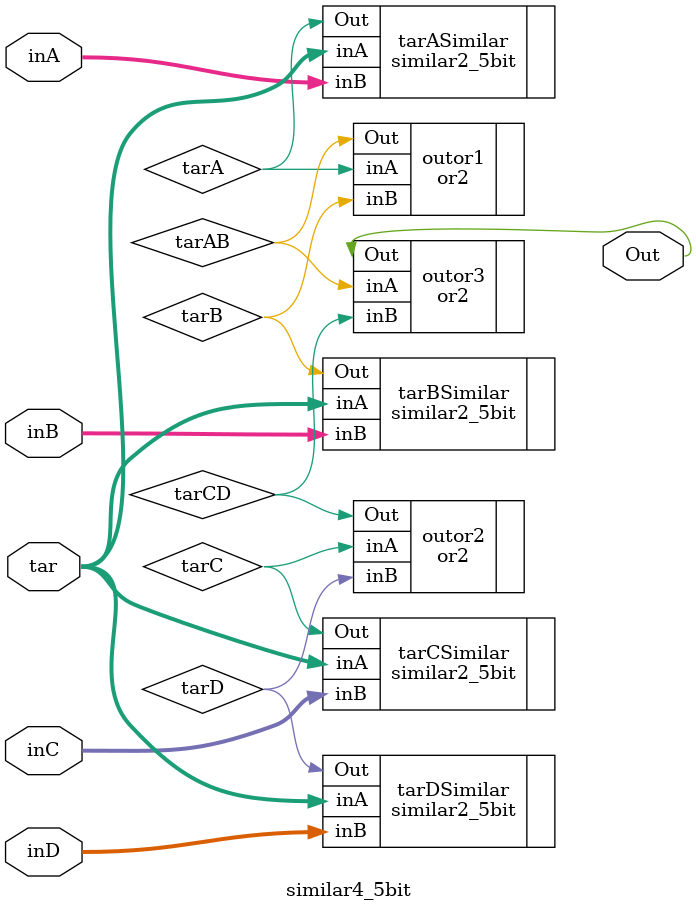
<source format=v>
module similar4_5bit(tar, inA, inB, inC, inD, Out);

    input [4:0] tar;
    input [4:0] inA;
    input [4:0] inB;
    input [4:0] inC;
    input [4:0] inD;
    
    output Out;

    wire tarA;
    wire tarB;
    wire tarC;
    wire tarD;
    wire tarAB;
    wire tarCD;

    similar2_5bit tarASimilar(
        .inA        (tar), 
        .inB        (inA), 
        .Out        (tarA)
    );
    similar2_5bit tarBSimilar(
        .inA        (tar), 
        .inB        (inB), 
        .Out        (tarB)
    );
    similar2_5bit tarCSimilar(
        .inA        (tar), 
        .inB        (inC), 
        .Out        (tarC)
    );
    similar2_5bit tarDSimilar(
        .inA        (tar), 
        .inB        (inD), 
        .Out        (tarD)
    );

    //and the result so 1 if a match was found and 0 is different
    or2 outor1(
        .inA        (tarA),
        .inB        (tarB),
        .Out        (tarAB)
    );
    or2 outor2(
        .inA        (tarC), 
        .inB        (tarD), 
        .Out        (tarCD)
    );
    or2 outor3(
        .inA        (tarAB), 
        .inB        (tarCD), 
        .Out        (Out)
    );

endmodule

</source>
